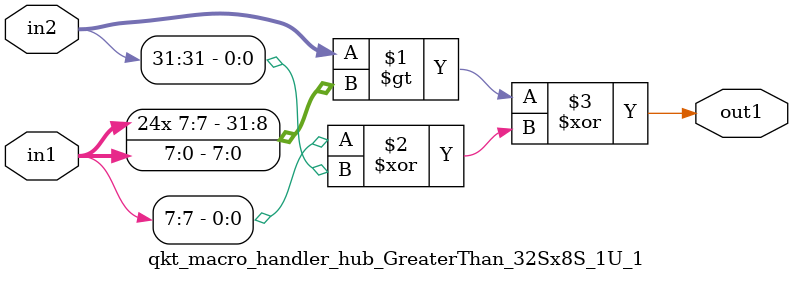
<source format=v>

`timescale 1ps / 1ps


module qkt_macro_handler_hub_GreaterThan_32Sx8S_1U_1( in2, in1, out1 );

    input [31:0] in2;
    input [7:0] in1;
    output out1;

    
    // rtl_process:qkt_macro_handler_hub_GreaterThan_32Sx8S_1U_1/qkt_macro_handler_hub_GreaterThan_32Sx8S_1U_1_thread_1
    assign out1 = (in2 > {{ 24 {in1[7]}}, in1} ^ (in1[7] ^ in2[31]));

endmodule


</source>
